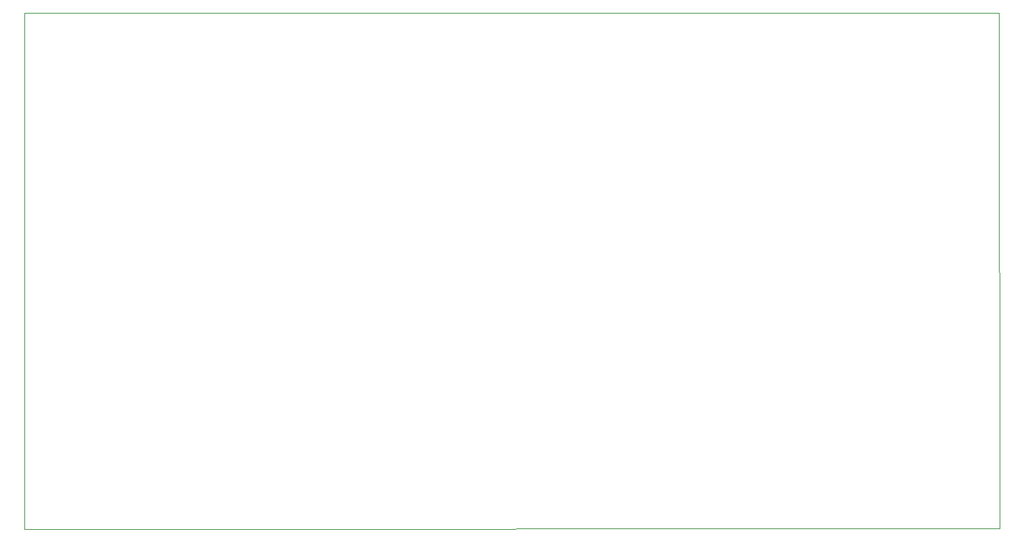
<source format=gm1>
G04 #@! TF.GenerationSoftware,KiCad,Pcbnew,(6.99.0-1603-g82820d4b1c)*
G04 #@! TF.CreationDate,2022-06-17T10:58:42+02:00*
G04 #@! TF.ProjectId,Unifying,556e6966-7969-46e6-972e-6b696361645f,rev?*
G04 #@! TF.SameCoordinates,Original*
G04 #@! TF.FileFunction,Profile,NP*
%FSLAX46Y46*%
G04 Gerber Fmt 4.6, Leading zero omitted, Abs format (unit mm)*
G04 Created by KiCad (PCBNEW (6.99.0-1603-g82820d4b1c)) date 2022-06-17 10:58:42*
%MOMM*%
%LPD*%
G01*
G04 APERTURE LIST*
G04 #@! TA.AperFunction,Profile*
%ADD10C,0.050000*%
G04 #@! TD*
G04 APERTURE END LIST*
D10*
X211900000Y-139950000D02*
X211864200Y-78984000D01*
X211864200Y-78984000D02*
X96825000Y-78984000D01*
X96820200Y-139986000D02*
X96825000Y-78984000D01*
X96820200Y-139986000D02*
X211900000Y-139950000D01*
M02*

</source>
